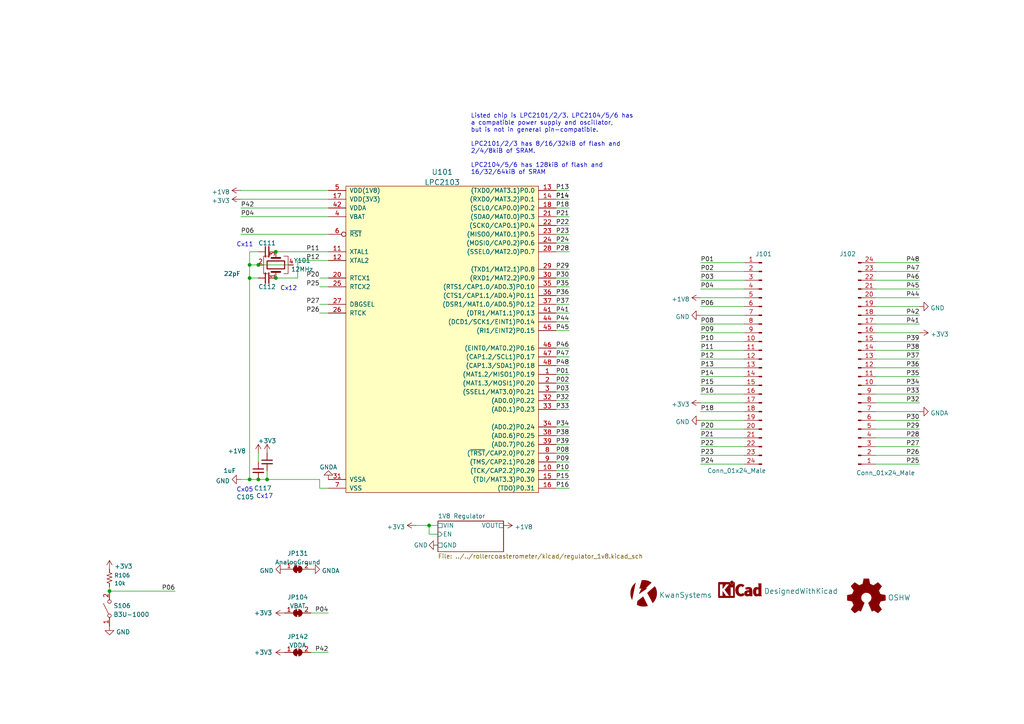
<source format=kicad_sch>
(kicad_sch (version 20211123) (generator eeschema)
  (paper "A4")
  (lib_symbols
    (symbol "Connector:Conn_01x24_Male" (pin_names (offset 1.016) hide)
      (property "Reference" "J" (at 0 30.48 0))
      (property "Value" "Conn_01x24_Male" (at 0 -33.02 0))
      (symbol "Conn_01x24_Male_1_1"
        (pin passive line (at 5.08 27.94 180) (length 3.81) (name "Pin_1") (number "1"))
        (pin passive line (at 5.08 5.08 180) (length 3.81) (name "Pin_10") (number "10"))
        (pin passive line (at 5.08 2.54 180) (length 3.81) (name "Pin_11") (number "11"))
        (pin passive line (at 5.08 0 180) (length 3.81) (name "Pin_12") (number "12"))
        (pin passive line (at 5.08 -2.54 180) (length 3.81) (name "Pin_13") (number "13"))
        (pin passive line (at 5.08 -5.08 180) (length 3.81) (name "Pin_14") (number "14"))
        (pin passive line (at 5.08 -7.62 180) (length 3.81) (name "Pin_15") (number "15"))
        (pin passive line (at 5.08 -10.16 180) (length 3.81) (name "Pin_16") (number "16"))
        (pin passive line (at 5.08 -12.7 180) (length 3.81) (name "Pin_17") (number "17"))
        (pin passive line (at 5.08 -15.24 180) (length 3.81) (name "Pin_18") (number "18"))
        (pin passive line (at 5.08 -17.78 180) (length 3.81) (name "Pin_19") (number "19"))
        (pin passive line (at 5.08 25.4 180) (length 3.81) (name "Pin_2") (number "2"))
        (pin passive line (at 5.08 -20.32 180) (length 3.81) (name "Pin_20") (number "20"))
        (pin passive line (at 5.08 -22.86 180) (length 3.81) (name "Pin_21") (number "21"))
        (pin passive line (at 5.08 -25.4 180) (length 3.81) (name "Pin_22") (number "22"))
        (pin passive line (at 5.08 -27.94 180) (length 3.81) (name "Pin_23") (number "23"))
        (pin passive line (at 5.08 -30.48 180) (length 3.81) (name "Pin_24") (number "24"))
        (pin passive line (at 5.08 22.86 180) (length 3.81) (name "Pin_3") (number "3"))
        (pin passive line (at 5.08 20.32 180) (length 3.81) (name "Pin_4") (number "4"))
        (pin passive line (at 5.08 17.78 180) (length 3.81) (name "Pin_5") (number "5"))
        (pin passive line (at 5.08 15.24 180) (length 3.81) (name "Pin_6") (number "6"))
        (pin passive line (at 5.08 12.7 180) (length 3.81) (name "Pin_7") (number "7"))
        (pin passive line (at 5.08 10.16 180) (length 3.81) (name "Pin_8") (number "8"))
        (pin passive line (at 5.08 7.62 180) (length 3.81) (name "Pin_9") (number "9"))
      )
    )
    (symbol "Device:C_Small" (pin_numbers hide) (pin_names (offset 0.254) hide)
      (property "Reference" "C" (at 0.254 1.778 0))
      (property "Value" "C_Small" (at 0.254 -2.032 0))
      (symbol "C_Small_1_1"
        (pin passive line (at 0 2.54 270) (length 2.032) (name "~") (number "1"))
        (pin passive line (at 0 -2.54 90) (length 2.032) (name "~") (number "2"))
      )
    )
    (symbol "Device:Crystal_GND24" (pin_names (offset 1.016) hide)
      (property "Reference" "Y" (at 3.175 5.08 0))
      (property "Value" "Crystal_GND24" (at 3.175 3.175 0))
      (symbol "Crystal_GND24_1_1"
        (pin passive line (at -3.81 0 0) (length 1.27) (name "1") (number "1"))
        (pin passive line (at 0 5.08 270) (length 1.27) (name "2") (number "2"))
        (pin passive line (at 3.81 0 180) (length 1.27) (name "3") (number "3"))
        (pin passive line (at 0 -5.08 90) (length 1.27) (name "4") (number "4"))
      )
    )
    (symbol "Jumper:SolderJumper_2_Bridged" (pin_names (offset 0) hide)
      (property "Reference" "JP" (at 0 2.032 0))
      (property "Value" "SolderJumper_2_Bridged" (at 0 -2.54 0))
      (symbol "SolderJumper_2_Bridged_1_1"
        (pin passive line (at -3.81 0 0) (length 2.54) (name "A") (number "1"))
        (pin passive line (at 3.81 0 180) (length 2.54) (name "B") (number "2"))
      )
    )
    (symbol "KwanSystems:DesignedWithKicad" (pin_names (offset 1.016)) (in_bom no)
      (property "Value" "DesignedWithKicad" (at 3.81 -2.54 0))
    )
    (symbol "KwanSystems:KwanSystems" (pin_names (offset 1.016)) (in_bom no)
      (property "Value" "KwanSystems" (at 0 -5.08 0))
    )
    (symbol "KwanSystems:LPC2103" (pin_names (offset 1.016))
      (property "Reference" "U" (at 59.69 35.56 0))
      (property "Value" "LPC2103" (at 10.16 35.56 0))
      (symbol "LPC2103_1_1"
        (pin bidirectional line (at 66.04 -20.32 180) (length 5.08) (name "(MAT1.2/MISO1)P0.19") (number "1"))
        (pin bidirectional line (at 66.04 -48.26 180) (length 5.08) (name "(TCK/CAP2.2)P0.29") (number "10"))
        (pin input line (at 0 15.24 0) (length 5.08) (name "XTAL1") (number "11"))
        (pin output line (at 0 12.7 0) (length 5.08) (name "XTAL2") (number "12"))
        (pin bidirectional line (at 66.04 33.02 180) (length 5.08) (name "(TXD0/MAT3.1)P0.0") (number "13"))
        (pin bidirectional line (at 66.04 30.48 180) (length 5.08) (name "(RXD0/MAT3.2)P0.1") (number "14"))
        (pin bidirectional line (at 66.04 -50.8 180) (length 5.08) (name "(TDI/MAT3.3)P0.30") (number "15"))
        (pin bidirectional line (at 66.04 -53.34 180) (length 5.08) (name "(TDO)P0.31") (number "16"))
        (pin power_in line (at 0 30.48 0) (length 5.08) (name "VDD(3V3)") (number "17"))
        (pin bidirectional line (at 66.04 27.94 180) (length 5.08) (name "(SCL0/CAP0.0)P0.2") (number "18"))
        (pin power_in line (at 0 -53.34 0) (length 5.08) hide (name "VSS") (number "19"))
        (pin bidirectional line (at 66.04 -22.86 180) (length 5.08) (name "(MAT1.3/MOSI1)P0.20") (number "2"))
        (pin input line (at 0 7.62 0) (length 5.08) (name "RTCX1") (number "20"))
        (pin bidirectional line (at 66.04 25.4 180) (length 5.08) (name "(SDA0/MAT0.0)P0.3") (number "21"))
        (pin bidirectional line (at 66.04 22.86 180) (length 5.08) (name "(SCK0/CAP0.1)P0.4") (number "22"))
        (pin bidirectional line (at 66.04 20.32 180) (length 5.08) (name "(MISO0/MAT0.1)P0.5") (number "23"))
        (pin bidirectional line (at 66.04 17.78 180) (length 5.08) (name "(MOSI0/CAP0.2)P0.6") (number "24"))
        (pin output line (at 0 5.08 0) (length 5.08) (name "RTCX2") (number "25"))
        (pin bidirectional line (at 0 -2.54 0) (length 5.08) (name "RTCK") (number "26"))
        (pin input line (at 0 0 0) (length 5.08) (name "DBGSEL") (number "27"))
        (pin bidirectional line (at 66.04 15.24 180) (length 5.08) (name "(SSEL0/MAT2.0)P0.7") (number "28"))
        (pin bidirectional line (at 66.04 10.16 180) (length 5.08) (name "(TXD1/MAT2.1)P0.8") (number "29"))
        (pin bidirectional line (at 66.04 -25.4 180) (length 5.08) (name "(SSEL1/MAT3.0)P0.21") (number "3"))
        (pin bidirectional line (at 66.04 7.62 180) (length 5.08) (name "(RXD1/MAT2.2)P0.9") (number "30"))
        (pin power_in line (at 0 -50.8 0) (length 5.08) (name "VSSA") (number "31"))
        (pin bidirectional line (at 66.04 -27.94 180) (length 5.08) (name "(AD0.0)P0.22") (number "32"))
        (pin bidirectional line (at 66.04 -30.48 180) (length 5.08) (name "(AD0.1)P0.23") (number "33"))
        (pin bidirectional line (at 66.04 -35.56 180) (length 5.08) (name "(AD0.2)P0.24") (number "34"))
        (pin bidirectional line (at 66.04 5.08 180) (length 5.08) (name "(RTS1/CAP1.0/AD0.3)P0.10") (number "35"))
        (pin bidirectional line (at 66.04 2.54 180) (length 5.08) (name "(CTS1/CAP1.1/AD0.4)P0.11") (number "36"))
        (pin bidirectional line (at 66.04 0 180) (length 5.08) (name "(DSR1/MAT1.0/AD0.5)P0.12") (number "37"))
        (pin bidirectional line (at 66.04 -38.1 180) (length 5.08) (name "(AD0.6)P0.25") (number "38"))
        (pin bidirectional line (at 66.04 -40.64 180) (length 5.08) (name "(AD0.7)P0.26") (number "39"))
        (pin power_in line (at 0 25.4 0) (length 5.08) (name "VBAT") (number "4"))
        (pin power_in line (at 0 30.48 0) (length 5.08) hide (name "VDD(3V3)") (number "40"))
        (pin bidirectional line (at 66.04 -2.54 180) (length 5.08) (name "(DTR1/MAT1.1)P0.13") (number "41"))
        (pin power_in line (at 0 27.94 0) (length 5.08) (name "VDDA") (number "42"))
        (pin power_in line (at 0 -53.34 0) (length 5.08) hide (name "VSS") (number "43"))
        (pin bidirectional line (at 66.04 -5.08 180) (length 5.08) (name "(DCD1/SCK1/EINT1)P0.14") (number "44"))
        (pin bidirectional line (at 66.04 -7.62 180) (length 5.08) (name "(RI1/EINT2)P0.15") (number "45"))
        (pin bidirectional line (at 66.04 -12.7 180) (length 5.08) (name "(EINT0/MAT0.2)P0.16") (number "46"))
        (pin bidirectional line (at 66.04 -15.24 180) (length 5.08) (name "(CAP1.2/SCL1)P0.17") (number "47"))
        (pin bidirectional line (at 66.04 -17.78 180) (length 5.08) (name "(CAP1.3/SDA1)P0.18") (number "48"))
        (pin power_in line (at 0 33.02 0) (length 5.08) (name "VDD(1V8)") (number "5"))
        (pin bidirectional inverted (at 0 20.32 0) (length 5.08) (name "~{RST}") (number "6"))
        (pin power_in line (at 0 -53.34 0) (length 5.08) (name "VSS") (number "7"))
        (pin bidirectional line (at 66.04 -43.18 180) (length 5.08) (name "(~{TRST}/CAP2.0)P0.27") (number "8"))
        (pin bidirectional line (at 66.04 -45.72 180) (length 5.08) (name "(TMS/CAP2.1)P0.28") (number "9"))
      )
    )
    (symbol "KwanSystems:OSHW" (pin_names (offset 1.016)) (in_bom no)
      (property "Value" "OSHW" (at 10.16 1.27 0))
    )
    (symbol "KwanSystems:RESISTOR" (pin_numbers hide) (pin_names (offset 1.016) hide)
      (property "Reference" "R" (at -1.27 1.27 0))
      (property "Value" "RESISTOR" (at -1.27 -2.54 0))
      (symbol "RESISTOR_1_1"
        (pin passive line (at -2.54 0 0) (length 0.9906) (name "1") (number "1"))
        (pin passive line (at 2.54 0 180) (length 0.9906) (name "2") (number "2"))
      )
    )
    (symbol "Switch:SW_SPST" (pin_names (offset 0) hide)
      (property "Reference" "SW" (at 0 3.175 0))
      (property "Value" "SW_SPST" (at 0 -2.54 0))
      (symbol "SW_SPST_1_1"
        (pin passive line (at -5.08 0 0) (length 2.54) (name "A") (number "1"))
        (pin passive line (at 5.08 0 180) (length 2.54) (name "B") (number "2"))
      )
    )
    (symbol "power:+1V8" (power) (pin_names (offset 0))
      (property "Value" "+1V8" (at 0 3.556 0))
      (symbol "+1V8_1_1"
        (pin power_in line (at 0 0 90) (length 0) hide (name "+1V8") (number "1"))
      )
    )
    (symbol "power:+3V3" (power) (pin_names (offset 0))
      (property "Value" "+3V3" (at 0 3.556 0))
      (symbol "+3V3_1_1"
        (pin power_in line (at 0 0 90) (length 0) hide (name "+3V3") (number "1"))
      )
    )
    (symbol "power:GND" (power) (pin_names (offset 0))
      (property "Value" "GND" (at 0 -3.81 0))
      (symbol "GND_1_1"
        (pin power_in line (at 0 0 270) (length 0) hide (name "GND") (number "1"))
      )
    )
    (symbol "power:GNDA" (power) (pin_names (offset 0))
      (property "Value" "GNDA" (at 0 -3.81 0))
      (symbol "GNDA_1_1"
        (pin power_in line (at 0 0 270) (length 0) hide (name "GNDA") (number "1"))
      )
    )
  )
  (junction (at 72.39 139.065))
  (junction (at 80.01 73.025))
  (junction (at 72.39 80.645))
  (junction (at 124.46 152.4))
  (junction (at 74.93 139.065))
  (junction (at 74.93 76.835))
  (junction (at 72.39 76.835))
  (junction (at 77.47 139.065))
  (junction (at 31.75 171.45))
  (junction (at 80.01 80.645))
  (wire (pts (xy 92.71 141.605) (xy 95.25 141.605)))
  (wire (pts (xy 203.2 111.76) (xy 215.9 111.76)))
  (wire (pts (xy 161.29 136.525) (xy 165.1 136.525)))
  (wire (pts (xy 69.85 62.865) (xy 95.25 62.865)))
  (wire (pts (xy 203.2 121.92) (xy 215.9 121.92)))
  (wire (pts (xy 203.2 124.46) (xy 215.9 124.46)))
  (wire (pts (xy 74.93 131.445) (xy 74.93 133.985)))
  (wire (pts (xy 161.29 67.945) (xy 165.1 67.945)))
  (wire (pts (xy 254 93.98) (xy 266.7 93.98)))
  (wire (pts (xy 161.29 103.505) (xy 165.1 103.505)))
  (wire (pts (xy 161.29 85.725) (xy 165.1 85.725)))
  (wire (pts (xy 203.2 83.82) (xy 215.9 83.82)))
  (wire (pts (xy 161.29 93.345) (xy 165.1 93.345)))
  (wire (pts (xy 72.39 139.065) (xy 74.93 139.065)))
  (wire (pts (xy 69.85 57.785) (xy 95.25 57.785)))
  (wire (pts (xy 254 114.3) (xy 266.7 114.3)))
  (wire (pts (xy 69.85 60.325) (xy 95.25 60.325)))
  (wire (pts (xy 254 132.08) (xy 266.7 132.08)))
  (wire (pts (xy 74.93 76.835) (xy 85.09 76.835)))
  (wire (pts (xy 203.2 106.68) (xy 215.9 106.68)))
  (wire (pts (xy 161.29 139.065) (xy 165.1 139.065)))
  (wire (pts (xy 72.39 80.645) (xy 72.39 139.065)))
  (wire (pts (xy 120.65 152.4) (xy 124.46 152.4)))
  (wire (pts (xy 86.36 75.565) (xy 86.36 80.645)))
  (wire (pts (xy 92.71 83.185) (xy 95.25 83.185)))
  (wire (pts (xy 254 96.52) (xy 266.7 96.52)))
  (wire (pts (xy 124.46 154.94) (xy 127 154.94)))
  (wire (pts (xy 254 83.82) (xy 266.7 83.82)))
  (wire (pts (xy 161.29 65.405) (xy 165.1 65.405)))
  (wire (pts (xy 203.2 119.38) (xy 215.9 119.38)))
  (wire (pts (xy 203.2 88.9) (xy 215.9 88.9)))
  (wire (pts (xy 161.29 83.185) (xy 165.1 83.185)))
  (wire (pts (xy 74.93 139.065) (xy 77.47 139.065)))
  (wire (pts (xy 254 106.68) (xy 266.7 106.68)))
  (wire (pts (xy 203.2 93.98) (xy 215.9 93.98)))
  (wire (pts (xy 92.71 80.645) (xy 95.25 80.645)))
  (wire (pts (xy 69.85 67.945) (xy 95.25 67.945)))
  (wire (pts (xy 161.29 100.965) (xy 165.1 100.965)))
  (wire (pts (xy 161.29 95.885) (xy 165.1 95.885)))
  (wire (pts (xy 90.17 189.23) (xy 95.25 189.23)))
  (wire (pts (xy 203.2 116.84) (xy 215.9 116.84)))
  (wire (pts (xy 161.29 78.105) (xy 165.1 78.105)))
  (wire (pts (xy 254 104.14) (xy 266.7 104.14)))
  (wire (pts (xy 254 124.46) (xy 266.7 124.46)))
  (wire (pts (xy 161.29 128.905) (xy 165.1 128.905)))
  (wire (pts (xy 254 127) (xy 266.7 127)))
  (wire (pts (xy 203.2 127) (xy 215.9 127)))
  (wire (pts (xy 203.2 132.08) (xy 215.9 132.08)))
  (wire (pts (xy 161.29 108.585) (xy 165.1 108.585)))
  (wire (pts (xy 254 121.92) (xy 266.7 121.92)))
  (wire (pts (xy 161.29 80.645) (xy 165.1 80.645)))
  (wire (pts (xy 203.2 81.28) (xy 215.9 81.28)))
  (wire (pts (xy 254 81.28) (xy 266.7 81.28)))
  (wire (pts (xy 161.29 116.205) (xy 165.1 116.205)))
  (wire (pts (xy 161.29 55.245) (xy 165.1 55.245)))
  (wire (pts (xy 203.2 96.52) (xy 215.9 96.52)))
  (wire (pts (xy 254 116.84) (xy 266.7 116.84)))
  (wire (pts (xy 161.29 70.485) (xy 165.1 70.485)))
  (wire (pts (xy 254 78.74) (xy 266.7 78.74)))
  (wire (pts (xy 161.29 113.665) (xy 165.1 113.665)))
  (wire (pts (xy 161.29 73.025) (xy 165.1 73.025)))
  (wire (pts (xy 161.29 126.365) (xy 165.1 126.365)))
  (wire (pts (xy 254 86.36) (xy 266.7 86.36)))
  (wire (pts (xy 254 88.9) (xy 266.7 88.9)))
  (wire (pts (xy 254 129.54) (xy 266.7 129.54)))
  (wire (pts (xy 203.2 91.44) (xy 215.9 91.44)))
  (wire (pts (xy 31.75 170.18) (xy 31.75 171.45)))
  (wire (pts (xy 92.71 90.805) (xy 95.25 90.805)))
  (wire (pts (xy 203.2 129.54) (xy 215.9 129.54)))
  (wire (pts (xy 203.2 109.22) (xy 215.9 109.22)))
  (wire (pts (xy 254 101.6) (xy 266.7 101.6)))
  (wire (pts (xy 72.39 76.835) (xy 74.93 76.835)))
  (wire (pts (xy 92.71 88.265) (xy 95.25 88.265)))
  (wire (pts (xy 77.47 136.525) (xy 77.47 139.065)))
  (wire (pts (xy 161.29 88.265) (xy 165.1 88.265)))
  (wire (pts (xy 254 109.22) (xy 266.7 109.22)))
  (wire (pts (xy 92.71 139.065) (xy 92.71 141.605)))
  (wire (pts (xy 161.29 133.985) (xy 165.1 133.985)))
  (wire (pts (xy 203.2 114.3) (xy 215.9 114.3)))
  (wire (pts (xy 254 111.76) (xy 266.7 111.76)))
  (wire (pts (xy 80.01 80.645) (xy 86.36 80.645)))
  (wire (pts (xy 161.29 118.745) (xy 165.1 118.745)))
  (wire (pts (xy 161.29 57.785) (xy 165.1 57.785)))
  (wire (pts (xy 254 119.38) (xy 266.7 119.38)))
  (wire (pts (xy 161.29 62.865) (xy 165.1 62.865)))
  (wire (pts (xy 69.85 139.065) (xy 72.39 139.065)))
  (wire (pts (xy 203.2 78.74) (xy 215.9 78.74)))
  (wire (pts (xy 77.47 139.065) (xy 92.71 139.065)))
  (wire (pts (xy 161.29 111.125) (xy 165.1 111.125)))
  (wire (pts (xy 203.2 104.14) (xy 215.9 104.14)))
  (wire (pts (xy 161.29 141.605) (xy 165.1 141.605)))
  (wire (pts (xy 124.46 152.4) (xy 124.46 154.94)))
  (wire (pts (xy 254 76.2) (xy 266.7 76.2)))
  (wire (pts (xy 90.17 177.8) (xy 95.25 177.8)))
  (wire (pts (xy 161.29 106.045) (xy 165.1 106.045)))
  (wire (pts (xy 203.2 134.62) (xy 215.9 134.62)))
  (wire (pts (xy 254 91.44) (xy 266.7 91.44)))
  (wire (pts (xy 203.2 99.06) (xy 215.9 99.06)))
  (wire (pts (xy 72.39 73.025) (xy 72.39 76.835)))
  (wire (pts (xy 161.29 60.325) (xy 165.1 60.325)))
  (wire (pts (xy 254 99.06) (xy 266.7 99.06)))
  (wire (pts (xy 72.39 76.835) (xy 72.39 80.645)))
  (wire (pts (xy 203.2 101.6) (xy 215.9 101.6)))
  (wire (pts (xy 72.39 80.645) (xy 74.93 80.645)))
  (wire (pts (xy 161.29 90.805) (xy 165.1 90.805)))
  (wire (pts (xy 254 134.62) (xy 266.7 134.62)))
  (wire (pts (xy 124.46 152.4) (xy 127 152.4)))
  (wire (pts (xy 203.2 76.2) (xy 215.9 76.2)))
  (wire (pts (xy 95.25 75.565) (xy 86.36 75.565)))
  (wire (pts (xy 69.85 55.245) (xy 95.25 55.245)))
  (wire (pts (xy 74.93 73.025) (xy 72.39 73.025)))
  (wire (pts (xy 31.75 171.45) (xy 50.8 171.45)))
  (wire (pts (xy 203.2 86.36) (xy 215.9 86.36)))
  (wire (pts (xy 80.01 73.025) (xy 95.25 73.025)))
  (wire (pts (xy 161.29 123.825) (xy 165.1 123.825)))
  (wire (pts (xy 161.29 131.445) (xy 165.1 131.445)))
  (text "Cx12" (at 81.28 84.455 0) (effects (font (size 1.27 1.27)) (justify left bottom)))
  (text "Cx17" (at 74.295 144.78 0) (effects (font (size 1.27 1.27)) (justify left bottom)))
  (text "Listed chip is LPC2101/2/3. LPC2104/5/6 has\na compatible power supply and oscillator,\nbut is not in general pin-compatible.\n\nLPC2101/2/3 has 8/16/32kiB of flash and \n2/4/8kiB of SRAM.\n\nLPC2104/5/6 has 128kiB of flash and \n16/32/64kiB of SRAM" (at 136.525 50.8 0) (effects (font (size 1.27 1.27)) (justify left bottom)))
  (text "Cx05" (at 68.58 142.875 0) (effects (font (size 1.27 1.27)) (justify left bottom)))
  (text "Cx11" (at 68.58 71.755 0) (effects (font (size 1.27 1.27)) (justify left bottom)))
  (label "P37" (at 165.1 88.265 180))
  (label "P01" (at 203.2 76.2 0))
  (label "P09" (at 165.1 133.985 180))
  (label "P06" (at 50.8 171.45 180))
  (label "P39" (at 266.7 99.06 180))
  (label "P45" (at 266.7 83.82 180))
  (label "P24" (at 165.1 70.485 180))
  (label "P10" (at 203.2 99.06 0))
  (label "P29" (at 266.7 124.46 180))
  (label "P25" (at 92.71 83.185 180))
  (label "P04" (at 95.25 177.8 180))
  (label "P26" (at 92.71 90.805 180))
  (label "P22" (at 203.2 129.54 0))
  (label "P42" (at 95.25 189.23 180))
  (label "P03" (at 203.2 81.28 0))
  (label "P33" (at 165.1 118.745 180))
  (label "P14" (at 165.1 57.785 180))
  (label "P36" (at 266.7 106.68 180))
  (label "P21" (at 203.2 127 0))
  (label "P38" (at 165.1 126.365 180))
  (label "P41" (at 165.1 90.805 180))
  (label "P47" (at 165.1 103.505 180))
  (label "P46" (at 266.7 81.28 180))
  (label "P10" (at 165.1 136.525 180))
  (label "P21" (at 165.1 62.865 180))
  (label "P44" (at 266.7 86.36 180))
  (label "P16" (at 165.1 141.605 180))
  (label "P02" (at 203.2 78.74 0))
  (label "P44" (at 165.1 93.345 180))
  (label "P34" (at 165.1 123.825 180))
  (label "P01" (at 165.1 108.585 180))
  (label "P23" (at 203.2 132.08 0))
  (label "P12" (at 92.71 75.565 180))
  (label "P11" (at 203.2 101.6 0))
  (label "P14" (at 203.2 109.22 0))
  (label "P04" (at 69.85 62.865 0))
  (label "P26" (at 266.7 132.08 180))
  (label "P08" (at 203.2 93.98 0))
  (label "P20" (at 203.2 124.46 0))
  (label "P42" (at 69.85 60.325 0))
  (label "P06" (at 69.85 67.945 0))
  (label "P48" (at 165.1 106.045 180))
  (label "P18" (at 165.1 60.325 180))
  (label "P14" (at 165.1 57.785 180))
  (label "P37" (at 266.7 104.14 180))
  (label "P36" (at 165.1 85.725 180))
  (label "P34" (at 266.7 111.76 180))
  (label "P32" (at 266.7 116.84 180))
  (label "P32" (at 165.1 116.205 180))
  (label "P08" (at 165.1 131.445 180))
  (label "P03" (at 165.1 113.665 180))
  (label "P45" (at 165.1 95.885 180))
  (label "P30" (at 266.7 121.92 180))
  (label "P41" (at 266.7 93.98 180))
  (label "P42" (at 266.7 91.44 180))
  (label "P15" (at 165.1 139.065 180))
  (label "P35" (at 266.7 109.22 180))
  (label "P02" (at 165.1 111.125 180))
  (label "P47" (at 266.7 78.74 180))
  (label "P16" (at 203.2 114.3 0))
  (label "P13" (at 203.2 106.68 0))
  (label "P11" (at 92.71 73.025 180))
  (label "P35" (at 165.1 83.185 180))
  (label "P25" (at 266.7 134.62 180))
  (label "P09" (at 203.2 96.52 0))
  (label "P23" (at 165.1 67.945 180))
  (label "P24" (at 203.2 134.62 0))
  (label "P13" (at 165.1 55.245 180))
  (label "P18" (at 203.2 119.38 0))
  (label "P06" (at 203.2 88.9 0))
  (label "P15" (at 203.2 111.76 0))
  (label "P38" (at 266.7 101.6 180))
  (label "P22" (at 165.1 65.405 180))
  (label "P20" (at 92.71 80.645 180))
  (label "P04" (at 203.2 83.82 0))
  (label "P29" (at 165.1 78.105 180))
  (label "P28" (at 165.1 73.025 180))
  (label "P33" (at 266.7 114.3 180))
  (label "P27" (at 92.71 88.265 180))
  (label "P28" (at 266.7 127 180))
  (label "P46" (at 165.1 100.965 180))
  (label "P30" (at 165.1 80.645 180))
  (label "P27" (at 266.7 129.54 180))
  (label "P12" (at 203.2 104.14 0))
  (label "P39" (at 165.1 128.905 180))
  (label "P48" (at 266.7 76.2 180))
  (symbol (lib_id "KwanSystems:OSHW") (at 250.825 173.99 0) (unit 1) (in_bom no)
    (property "Reference" "G103" (effects hide))
    (property "Value" "OSHW" (at 257.481 173.3421 0) (effects (font (size 1.524 1.524)) (justify left)))
    (property "Footprint" "KwanSystems:OSHW-Symbol_6.7x6mm_SolderMask" (effects hide))
  )
  (symbol (lib_id "KwanSystems:RESISTOR") (at 31.75 167.64 90) (unit 1)
    (property "Reference" "R106" (at 33.147 166.8761 90) (effects (font (size 1.143 1.143)) (justify right)))
    (property "Value" "10k" (at 33.147 169.1847 90) (effects (font (size 1.143 1.143)) (justify right)))
    (property "Footprint" "Resistor_SMD:R_0402_1005Metric" (effects hide))
    (property "Mouser" "667-ERJ-2RKF1002X" (effects hide))
  )
  (symbol (lib_id "power:GND") (at 266.7 88.9 90) (unit 1)
    (property "Reference" "#PWR0118" (effects hide))
    (property "Value" "GND" (at 269.875 89.3338 90) (effects (justify right)))
  )
  (symbol (lib_id "Device:C_Small") (at 74.93 136.525 0) (unit 1)
    (property "Reference" "C105" (at 68.58 144.145 0) (effects (justify left)))
    (property "Value" "1uF" (at 64.77 136.525 0) (effects (justify left)))
    (property "Footprint" "Capacitor_SMD:C_0402_1005Metric" (effects hide))
    (property "Digikey" "399-C0402C104K4RAC7411CT-ND" (effects hide))
    (property "Mouser" "187-CL05A105KP5NNWC" (effects hide))
  )
  (symbol (lib_id "KwanSystems:KwanSystems") (at 186.69 172.085 0) (unit 1) (in_bom no)
    (property "Reference" "G101" (effects hide))
    (property "Value" "KwanSystems" (at 191.1354 172.6046 0) (effects (font (size 1.524 1.524)) (justify left)))
    (property "Footprint" "KwanSystems:StKwansSoldermask" (effects hide))
  )
  (symbol (lib_id "power:GNDA") (at 95.25 139.065 180) (unit 1)
    (property "Reference" "#PWR0109" (effects hide))
    (property "Value" "GNDA" (at 95.25 135.4892 0))
  )
  (symbol (lib_id "KwanSystems:LPC2103") (at 95.25 88.265 0) (unit 1)
    (property "Reference" "U101" (at 128.27 49.8909 0) (effects (font (size 1.524 1.524))))
    (property "Value" "LPC2103" (at 128.27 52.8843 0) (effects (font (size 1.524 1.524))))
    (property "Footprint" "Package_QFP:LQFP-48_7x7mm_P0.5mm" (effects hide))
    (property "Digikey" "568-LPC2103FBD48EL-ND" (effects hide))
    (property "Mouser" "771-LPC2102FBD48-S" (effects hide))
  )
  (symbol (lib_id "power:GNDA") (at 266.7 119.38 90) (unit 1)
    (property "Reference" "#PWR0102" (effects hide))
    (property "Value" "GNDA" (at 269.875 119.8138 90) (effects (justify right)))
  )
  (symbol (lib_id "KwanSystems:DesignedWithKicad") (at 214.63 172.72 0) (unit 1) (in_bom no)
    (property "Reference" "G102" (effects hide))
    (property "Value" "DesignedWithKicad" (at 221.5543 171.4525 0) (effects (font (size 1.524 1.524)) (justify left)))
    (property "Footprint" "KwanSystems:Symbol_KiCAD-Logo_CopperAndSilkScreenTop_small" (effects hide))
  )
  (symbol (lib_id "power:+3V3") (at 120.65 152.4 90) (unit 1)
    (property "Reference" "#PWR0116" (effects hide))
    (property "Value" "+3V3" (at 117.475 152.8338 90) (effects (justify left)))
  )
  (symbol (lib_id "power:+1V8") (at 74.93 131.445 0) (unit 1)
    (property "Reference" "#PWR0107" (effects hide))
    (property "Value" "+1V8" (at 66.04 130.81 0) (effects (justify left)))
  )
  (symbol (lib_id "power:+3V3") (at 203.2 116.84 90) (unit 1)
    (property "Reference" "#PWR0111" (effects hide))
    (property "Value" "+3V3" (at 200.025 117.2738 90) (effects (justify left)))
  )
  (symbol (lib_id "power:GND") (at 203.2 121.92 270) (unit 1)
    (property "Reference" "#PWR0112" (effects hide))
    (property "Value" "GND" (at 200.0251 122.3538 90) (effects (justify right)))
  )
  (symbol (lib_id "power:+1V8") (at 69.85 55.245 90) (unit 1)
    (property "Reference" "#PWR0104" (effects hide))
    (property "Value" "+1V8" (at 66.675 55.6788 90) (effects (justify left)))
  )
  (symbol (lib_id "power:GND") (at 69.85 139.065 270) (unit 1)
    (property "Reference" "#PWR0108" (effects hide))
    (property "Value" "GND" (at 66.6751 139.4988 90) (effects (justify right)))
  )
  (symbol (lib_id "power:+3V3") (at 266.7 96.52 270) (unit 1)
    (property "Reference" "#PWR0123" (effects hide))
    (property "Value" "+3V3" (at 269.875 96.9538 90) (effects (justify left)))
  )
  (symbol (lib_id "Jumper:SolderJumper_2_Bridged") (at 86.36 189.23 0) (unit 1) (in_bom no)
    (property "Reference" "JP142" (at 86.36 184.6412 0))
    (property "Value" "VDDA" (at 86.36 187.1781 0))
    (property "Footprint" "Jumper:SolderJumper-2_P1.3mm_Bridged_RoundedPad1.0x1.5mm" (effects hide))
  )
  (symbol (lib_id "power:+3V3") (at 77.47 131.445 0) (unit 1)
    (property "Reference" "#PWR0110" (effects hide))
    (property "Value" "+3V3" (at 77.47 127.8692 0))
  )
  (symbol (lib_id "Connector:Conn_01x24_Male") (at 220.98 104.14 0) (mirror y) (unit 1)
    (property "Reference" "J101" (at 219.075 73.66 0) (effects (justify right)))
    (property "Value" "Conn_01x24_Male" (at 205.105 136.525 0) (effects (justify right)))
    (property "Footprint" "Connector_PinHeader_2.54mm:PinHeader_1x24_P2.54mm_Vertical" (effects hide))
  )
  (symbol (lib_id "power:+3V3") (at 82.55 189.23 90) (unit 1)
    (property "Reference" "#PWR0119" (effects hide))
    (property "Value" "+3V3" (at 73.66 189.23 90) (effects (justify right)))
  )
  (symbol (lib_id "Device:C_Small") (at 77.47 133.985 0) (unit 1)
    (property "Reference" "C117" (at 73.66 141.605 0) (effects (justify left)))
    (property "Value" "1uF" (at 64.77 136.525 0) (effects (justify left)))
    (property "Footprint" "Capacitor_SMD:C_0402_1005Metric" (effects hide))
    (property "Digikey" "399-C0402C104K4RAC7411CT-ND" (effects hide))
    (property "Mouser" "187-CL05A105KP5NNWC" (effects hide))
  )
  (symbol (lib_id "power:GND") (at 127 158.115 270) (unit 1)
    (property "Reference" "#PWR0117" (effects hide))
    (property "Value" "GND" (at 120.015 158.115 90) (effects (justify left)))
  )
  (symbol (lib_id "power:+3V3") (at 82.55 177.8 90) (unit 1)
    (property "Reference" "#PWR0120" (effects hide))
    (property "Value" "+3V3" (at 73.66 177.8 90) (effects (justify right)))
  )
  (symbol (lib_id "Device:Crystal_GND24") (at 80.01 76.835 90) (unit 1)
    (property "Reference" "Y101" (at 87.63 75.565 90))
    (property "Value" "12MHz" (at 87.63 78.105 90))
    (property "Footprint" "Crystal:Crystal_SMD_Abracon_ABM8G-4Pin_3.2x2.5mm" (effects hide))
    (property "Datasheet" "https://abracon.com/Resonators/ABM8G.pdf" (effects hide))
    (property "Digikey" "535-14128-1-ND" (effects hide))
    (property "Part Number" "ABM8G-12.000MHZ-17-D2Y" (effects hide))
    (property "Load Capacitance" "18pF" (effects hide))
    (property "Temperature Range" "D - -40C ~ +85C" (effects hide))
    (property "Freq Tolerance" "2 - +/-20ppm" (effects hide))
    (property "Freq Stability" "Y - +/-30ppm" (effects hide))
    (property "Mouser" "815-ABM8G-12-18D2Y" (effects hide))
  )
  (symbol (lib_id "power:GND") (at 82.55 165.1 270) (unit 1)
    (property "Reference" "#PWR0113" (effects hide))
    (property "Value" "GND" (at 79.3751 165.5338 90) (effects (justify right)))
  )
  (symbol (lib_id "Jumper:SolderJumper_2_Bridged") (at 86.36 177.8 0) (unit 1) (in_bom no)
    (property "Reference" "JP104" (at 86.36 173.2112 0))
    (property "Value" "VBAT" (at 86.36 175.7481 0))
    (property "Footprint" "Jumper:SolderJumper-2_P1.3mm_Bridged_RoundedPad1.0x1.5mm" (effects hide))
  )
  (symbol (lib_id "Device:C_Small") (at 77.47 73.025 90) (unit 1)
    (property "Reference" "C111" (at 77.47 70.485 90))
    (property "Value" "22pF" (at 67.31 79.375 90))
    (property "Footprint" "Capacitor_SMD:C_0402_1005Metric" (effects hide))
    (property "Digikey" "399-17554-1-ND" (effects hide))
    (property "Mouser" "187-CL05C220JB5NNNC" (effects hide))
  )
  (symbol (lib_id "Jumper:SolderJumper_2_Bridged") (at 86.36 165.1 0) (unit 1) (in_bom no)
    (property "Reference" "JP131" (at 86.36 160.5112 0))
    (property "Value" "AnalogGround" (at 86.36 163.0481 0))
    (property "Footprint" "Jumper:SolderJumper-2_P1.3mm_Bridged_RoundedPad1.0x1.5mm" (effects hide))
  )
  (symbol (lib_id "Switch:SW_SPST") (at 31.75 176.53 90) (unit 1)
    (property "Reference" "S106" (at 32.893 175.6953 90) (effects (justify right)))
    (property "Value" "B3U-1000" (at 32.893 178.2322 90) (effects (justify right)))
    (property "Footprint" "KwanSystems:SW_SPST_B3U-1000P-B" (effects hide))
    (property "Mouser" "653-B3U-1000PM-B" (effects hide))
  )
  (symbol (lib_id "Connector:Conn_01x24_Male") (at 248.92 106.68 0) (mirror x) (unit 1)
    (property "Reference" "J102" (at 248.285 73.66 0) (effects (justify right)))
    (property "Value" "Conn_01x24_Male" (at 265.43 137.16 0) (effects (justify right)))
    (property "Footprint" "Connector_PinHeader_2.54mm:PinHeader_1x24_P2.54mm_Vertical" (effects hide))
  )
  (symbol (lib_id "power:GNDA") (at 90.17 165.1 90) (unit 1)
    (property "Reference" "#PWR0114" (effects hide))
    (property "Value" "GNDA" (at 93.345 165.5338 90) (effects (justify right)))
  )
  (symbol (lib_id "power:GND") (at 31.75 181.61 0) (unit 1)
    (property "Reference" "#PWR0122" (effects hide))
    (property "Value" "GND" (at 33.655 183.3138 0) (effects (justify left)))
  )
  (symbol (lib_id "power:+3V3") (at 31.75 165.1 0) (unit 1)
    (property "Reference" "#PWR0121" (effects hide))
    (property "Value" "+3V3" (at 33.147 164.2638 0) (effects (justify left)))
  )
  (symbol (lib_id "power:GND") (at 203.2 91.44 270) (unit 1)
    (property "Reference" "#PWR0101" (effects hide))
    (property "Value" "GND" (at 200.0251 91.8738 90) (effects (justify right)))
  )
  (symbol (lib_id "Device:C_Small") (at 77.47 80.645 90) (unit 1)
    (property "Reference" "C112" (at 77.47 83.185 90))
    (property "Value" "22pF" (at 67.31 79.375 90))
    (property "Footprint" "Capacitor_SMD:C_0402_1005Metric" (effects hide))
    (property "Digikey" "399-17554-1-ND" (effects hide))
    (property "Mouser" "187-CL05C220JB5NNNC" (effects hide))
  )
  (symbol (lib_id "power:+1V8") (at 146.05 152.4 270) (unit 1)
    (property "Reference" "#PWR0115" (effects hide))
    (property "Value" "+1V8" (at 149.225 152.8338 90) (effects (justify left)))
  )
  (symbol (lib_id "power:+1V8") (at 203.2 86.36 90) (unit 1)
    (property "Reference" "#PWR0103" (effects hide))
    (property "Value" "+1V8" (at 200.025 86.7938 90) (effects (justify left)))
  )
  (symbol (lib_id "power:+3V3") (at 69.85 57.785 90) (unit 1)
    (property "Reference" "#PWR0105" (effects hide))
    (property "Value" "+3V3" (at 66.675 58.2188 90) (effects (justify left)))
  )
  (sheet (at 127 151.13) (size 19.05 8.89) (stroke (width 0.1524))
    (property "Sheet name" "1V8 Regulator" (at 127 150.4184 0) (effects (justify left bottom)))
    (property "Sheet file" "../../rollercoasterometer/kicad/regulator_1v8.kicad_sch" (at 127 160.6046 0) (effects (justify left top)))
    (pin "VIN" passive (at 127 152.4 180))
    (pin "GND" passive (at 127 158.115 180))
    (pin "EN" input (at 127 154.94 180))
    (pin "VOUT" passive (at 146.05 152.4 0))
  )
)
</source>
